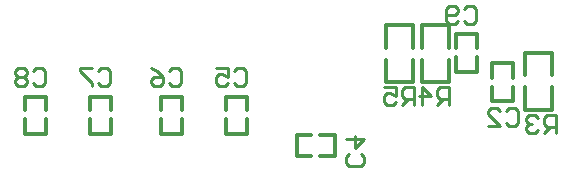
<source format=gbr>
%TF.GenerationSoftware,Altium Limited,Altium Designer,24.0.1 (36)*%
G04 Layer_Color=32896*
%FSLAX45Y45*%
%MOMM*%
%TF.SameCoordinates,0E29F696-F137-483D-8A73-7D746D5A856F*%
%TF.FilePolarity,Positive*%
%TF.FileFunction,Legend,Bot*%
%TF.Part,Single*%
G01*
G75*
%TA.AperFunction,NonConductor*%
%ADD41C,0.25400*%
%ADD42C,0.30480*%
D41*
X4495853Y1313259D02*
X4521245Y1338651D01*
X4572028D01*
X4597420Y1313259D01*
Y1211692D01*
X4572028Y1186300D01*
X4521245D01*
X4495853Y1211692D01*
X4445069D02*
X4419677Y1186300D01*
X4368894D01*
X4343502Y1211692D01*
Y1313259D01*
X4368894Y1338651D01*
X4419677D01*
X4445069Y1313259D01*
Y1287867D01*
X4419677Y1262475D01*
X4343502D01*
X848413Y784939D02*
X873805Y810331D01*
X924588D01*
X949980Y784939D01*
Y683372D01*
X924588Y657980D01*
X873805D01*
X848413Y683372D01*
X797629Y784939D02*
X772237Y810331D01*
X721454D01*
X696062Y784939D01*
Y759547D01*
X721454Y734155D01*
X696062Y708763D01*
Y683372D01*
X721454Y657980D01*
X772237D01*
X797629Y683372D01*
Y708763D01*
X772237Y734155D01*
X797629Y759547D01*
Y784939D01*
X772237Y734155D02*
X721454D01*
X1399593Y784939D02*
X1424985Y810331D01*
X1475768D01*
X1501160Y784939D01*
Y683372D01*
X1475768Y657980D01*
X1424985D01*
X1399593Y683372D01*
X1348809Y810331D02*
X1247242D01*
Y784939D01*
X1348809Y683372D01*
Y657980D01*
X1999033Y784939D02*
X2024425Y810331D01*
X2075208D01*
X2100600Y784939D01*
Y683372D01*
X2075208Y657980D01*
X2024425D01*
X1999033Y683372D01*
X1846682Y810331D02*
X1897466Y784939D01*
X1948249Y734155D01*
Y683372D01*
X1922857Y657980D01*
X1872074D01*
X1846682Y683372D01*
Y708763D01*
X1872074Y734155D01*
X1948249D01*
X2547673Y784939D02*
X2573065Y810331D01*
X2623848D01*
X2649240Y784939D01*
Y683372D01*
X2623848Y657980D01*
X2573065D01*
X2547673Y683372D01*
X2395322Y810331D02*
X2496889D01*
Y734155D01*
X2446106Y759547D01*
X2420714D01*
X2395322Y734155D01*
Y683372D01*
X2420714Y657980D01*
X2471497D01*
X2496889Y683372D01*
X4076659Y497865D02*
Y650215D01*
X4000483D01*
X3975092Y624823D01*
Y574040D01*
X4000483Y548648D01*
X4076659D01*
X4025875D02*
X3975092Y497865D01*
X3822741Y650215D02*
X3924308D01*
Y574040D01*
X3873525Y599432D01*
X3848133D01*
X3822741Y574040D01*
Y523257D01*
X3848133Y497865D01*
X3898916D01*
X3924308Y523257D01*
X4371299Y495325D02*
Y647675D01*
X4295123D01*
X4269732Y622283D01*
Y571500D01*
X4295123Y546108D01*
X4371299D01*
X4320515D02*
X4269732Y495325D01*
X4142773D02*
Y647675D01*
X4218948Y571500D01*
X4117381D01*
X5272999Y256565D02*
Y408915D01*
X5196823D01*
X5171432Y383523D01*
Y332740D01*
X5196823Y307348D01*
X5272999D01*
X5222215D02*
X5171432Y256565D01*
X5120648Y383523D02*
X5095256Y408915D01*
X5044473D01*
X5019081Y383523D01*
Y358132D01*
X5044473Y332740D01*
X5069865D01*
X5044473D01*
X5019081Y307348D01*
Y281957D01*
X5044473Y256565D01*
X5095256D01*
X5120648Y281957D01*
X3621999Y78707D02*
X3647391Y53315D01*
Y2532D01*
X3621999Y-22860D01*
X3520432D01*
X3495040Y2532D01*
Y53315D01*
X3520432Y78707D01*
X3495040Y205666D02*
X3647391D01*
X3571215Y129491D01*
Y231058D01*
X4853932Y444483D02*
X4879323Y469875D01*
X4930107D01*
X4955499Y444483D01*
Y342917D01*
X4930107Y317525D01*
X4879323D01*
X4853932Y342917D01*
X4701581Y317525D02*
X4803148D01*
X4701581Y419092D01*
Y444483D01*
X4726973Y469875D01*
X4777756D01*
X4803148Y444483D01*
D42*
X782600Y451180D02*
Y565480D01*
X960400Y451180D02*
Y565480D01*
Y247980D02*
Y374980D01*
X782600Y247980D02*
Y374980D01*
Y565480D02*
X960400D01*
X782600Y247980D02*
X960400D01*
X1332600Y451180D02*
Y565480D01*
X1510400Y451180D02*
Y565480D01*
Y247980D02*
Y374980D01*
X1332600Y247980D02*
Y374980D01*
Y565480D02*
X1510400D01*
X1332600Y247980D02*
X1510400D01*
X1932600Y451180D02*
Y565480D01*
X2110400Y451180D02*
Y565480D01*
Y247980D02*
Y374980D01*
X1932600Y247980D02*
Y374980D01*
Y565480D02*
X2110400D01*
X1932600Y247980D02*
X2110400D01*
X2482600Y451180D02*
Y565480D01*
X2660400Y451180D02*
Y565480D01*
Y247980D02*
Y374980D01*
X2482600Y247980D02*
Y374980D01*
Y565480D02*
X2660400D01*
X2482600Y247980D02*
X2660400D01*
X4914900Y533400D02*
Y647700D01*
X4737100Y533400D02*
Y647700D01*
Y723900D02*
Y850900D01*
X4914900Y723900D02*
Y850900D01*
X4737100Y533400D02*
X4914900D01*
X4737100Y850900D02*
X4914900D01*
X5016500Y457200D02*
X5245100D01*
X5016500Y939800D02*
X5245100D01*
X5016500Y457200D02*
Y647700D01*
X5245100Y457200D02*
Y647700D01*
Y749300D02*
Y939800D01*
X5016500Y749300D02*
Y939800D01*
X3086100Y63500D02*
X3200400D01*
X3086100Y241300D02*
X3200400D01*
X3276600D02*
X3403600D01*
X3276600Y63500D02*
X3403600D01*
X3086100D02*
Y241300D01*
X3403600Y63500D02*
Y241300D01*
X4429760Y777240D02*
X4607560D01*
X4429760Y1094740D02*
X4607560D01*
X4429760Y777240D02*
Y904240D01*
X4607560Y777240D02*
Y904240D01*
Y980440D02*
Y1094740D01*
X4429760Y980440D02*
Y1094740D01*
X4140200Y980440D02*
Y1170940D01*
X4368800Y980440D02*
Y1170940D01*
Y688340D02*
Y878840D01*
X4140200Y688340D02*
Y878840D01*
Y1170940D02*
X4368800D01*
X4140200Y688340D02*
X4368800D01*
X4069100Y691000D02*
Y881500D01*
X3840500Y691000D02*
Y881500D01*
Y983100D02*
Y1173600D01*
X4069100Y983100D02*
Y1173600D01*
X3840500Y691000D02*
X4069100D01*
X3840500Y1173600D02*
X4069100D01*
%TF.MD5,3741f441a6104cb4e78675ac6f532620*%
M02*

</source>
